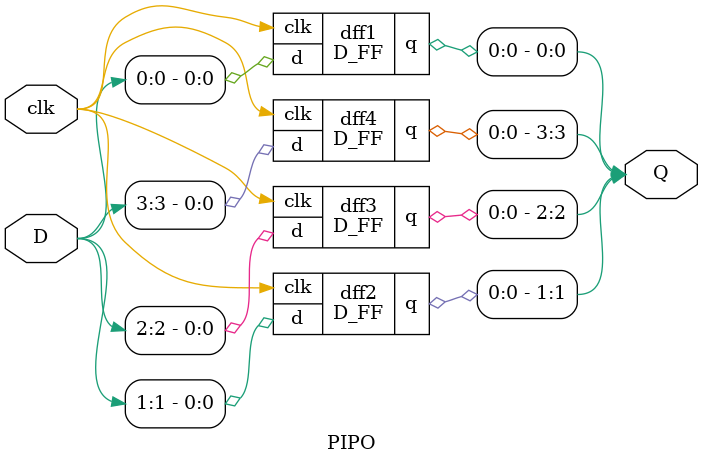
<source format=v>
`timescale 1ns / 1ps

module D_FF(d,clk,q);
input d,clk;
output reg q;
always@(posedge clk)
begin
q<=d;
end
endmodule

module PIPO(D,clk,Q);
input [0:3]D;
input clk;
output [0:3]Q;
D_FF dff1(D[0],clk,Q[0]);
D_FF dff2(D[1],clk,Q[1]);
D_FF dff3(D[2],clk,Q[2]);
D_FF dff4(D[3],clk,Q[3]);
endmodule

</source>
